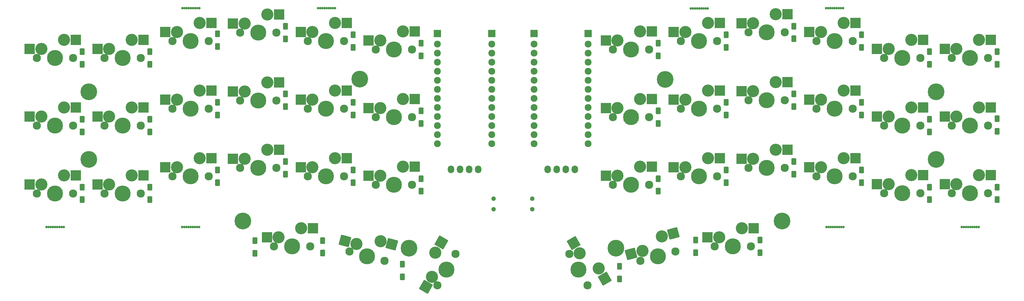
<source format=gbs>
G04 #@! TF.GenerationSoftware,KiCad,Pcbnew,8.0.3*
G04 #@! TF.CreationDate,2024-06-14T22:13:16-03:00*
G04 #@! TF.ProjectId,corne-cherry,636f726e-652d-4636-9865-7272792e6b69,3.0.1*
G04 #@! TF.SameCoordinates,Original*
G04 #@! TF.FileFunction,Soldermask,Bot*
G04 #@! TF.FilePolarity,Negative*
%FSLAX46Y46*%
G04 Gerber Fmt 4.6, Leading zero omitted, Abs format (unit mm)*
G04 Created by KiCad (PCBNEW 8.0.3) date 2024-06-14 22:13:16*
%MOMM*%
%LPD*%
G01*
G04 APERTURE LIST*
G04 Aperture macros list*
%AMRoundRect*
0 Rectangle with rounded corners*
0 $1 Rounding radius*
0 $2 $3 $4 $5 $6 $7 $8 $9 X,Y pos of 4 corners*
0 Add a 4 corners polygon primitive as box body*
4,1,4,$2,$3,$4,$5,$6,$7,$8,$9,$2,$3,0*
0 Add four circle primitives for the rounded corners*
1,1,$1+$1,$2,$3*
1,1,$1+$1,$4,$5*
1,1,$1+$1,$6,$7*
1,1,$1+$1,$8,$9*
0 Add four rect primitives between the rounded corners*
20,1,$1+$1,$2,$3,$4,$5,0*
20,1,$1+$1,$4,$5,$6,$7,0*
20,1,$1+$1,$6,$7,$8,$9,0*
20,1,$1+$1,$8,$9,$2,$3,0*%
G04 Aperture macros list end*
%ADD10O,1.797000X2.178000*%
%ADD11C,2.300000*%
%ADD12C,3.400000*%
%ADD13C,4.500000*%
%ADD14RoundRect,0.200000X1.275000X1.250000X-1.275000X1.250000X-1.275000X-1.250000X1.275000X-1.250000X0*%
%ADD15RoundRect,0.200000X1.555079X0.877413X-0.908032X1.537402X-1.555079X-0.877413X0.908032X-1.537402X0*%
%ADD16RoundRect,0.200000X-0.445032X1.729182X-1.720032X-0.479182X0.445032X-1.729182X1.720032X0.479182X0*%
%ADD17RoundRect,0.200000X1.720032X-0.479182X0.445032X1.729182X-1.720032X0.479182X-0.445032X-1.729182X0*%
%ADD18RoundRect,0.200000X0.908032X1.537402X-1.555079X0.877413X-0.908032X-1.537402X1.555079X-0.877413X0*%
%ADD19C,4.700000*%
%ADD20C,1.924000*%
%ADD21C,0.700000*%
%ADD22RoundRect,0.200000X-0.850000X-0.850000X0.850000X-0.850000X0.850000X0.850000X-0.850000X0.850000X0*%
%ADD23C,1.300000*%
%ADD24RoundRect,0.200000X0.500000X-0.700000X0.500000X0.700000X-0.500000X0.700000X-0.500000X-0.700000X0*%
G04 APERTURE END LIST*
D10*
X131124100Y-67020000D03*
X133664100Y-67020000D03*
X136204100Y-67020000D03*
X138744100Y-67020000D03*
D11*
X34027500Y-35780000D03*
D12*
X35297500Y-33240000D03*
D13*
X39107500Y-35780000D03*
D12*
X41647500Y-30700000D03*
D11*
X44187500Y-35780000D03*
D14*
X32022500Y-33240000D03*
X44949500Y-30700000D03*
D11*
X53027500Y-31030000D03*
D12*
X54297500Y-28490000D03*
D13*
X58107500Y-31030000D03*
D12*
X60647500Y-25950000D03*
D11*
X63187500Y-31030000D03*
D14*
X51022500Y-28490000D03*
X63949500Y-25950000D03*
D11*
X72027500Y-28655000D03*
D12*
X73297500Y-26115000D03*
D13*
X77107500Y-28655000D03*
D12*
X79647500Y-23575000D03*
D11*
X82187500Y-28655000D03*
D14*
X70022500Y-26115000D03*
X82949500Y-23575000D03*
D11*
X91027500Y-31030000D03*
D12*
X92297500Y-28490000D03*
D13*
X96107500Y-31030000D03*
D12*
X98647500Y-25950000D03*
D11*
X101187500Y-31030000D03*
D14*
X89022500Y-28490000D03*
X101949500Y-25950000D03*
D11*
X15027500Y-54780000D03*
D12*
X16297500Y-52240000D03*
D13*
X20107500Y-54780000D03*
D12*
X22647500Y-49700000D03*
D11*
X25187500Y-54780000D03*
D14*
X13022500Y-52240000D03*
X25949500Y-49700000D03*
D11*
X34027500Y-54780000D03*
D12*
X35297500Y-52240000D03*
D13*
X39107500Y-54780000D03*
D12*
X41647500Y-49700000D03*
D11*
X44187500Y-54780000D03*
D14*
X32022500Y-52240000D03*
X44949500Y-49700000D03*
D11*
X53027500Y-50030000D03*
D12*
X54297500Y-47490000D03*
D13*
X58107500Y-50030000D03*
D12*
X60647500Y-44950000D03*
D11*
X63187500Y-50030000D03*
D14*
X51022500Y-47490000D03*
X63949500Y-44950000D03*
D11*
X72027500Y-47728363D03*
D12*
X73297500Y-45188363D03*
D13*
X77107500Y-47728363D03*
D12*
X79647500Y-42648363D03*
D11*
X82187500Y-47728363D03*
D14*
X70022500Y-45188363D03*
X82949500Y-42648363D03*
D11*
X91027500Y-50030000D03*
D12*
X92297500Y-47490000D03*
D13*
X96107500Y-50030000D03*
D12*
X98647500Y-44950000D03*
D11*
X101187500Y-50030000D03*
D14*
X89022500Y-47490000D03*
X101949500Y-44950000D03*
D11*
X110027500Y-52405000D03*
D12*
X111297500Y-49865000D03*
D13*
X115107500Y-52405000D03*
D12*
X117647500Y-47325000D03*
D11*
X120187500Y-52405000D03*
D14*
X108022500Y-49865000D03*
X120949500Y-47325000D03*
D11*
X15027500Y-73780000D03*
D12*
X16297500Y-71240000D03*
D13*
X20107500Y-73780000D03*
D12*
X22647500Y-68700000D03*
D11*
X25187500Y-73780000D03*
D14*
X13022500Y-71240000D03*
X25949500Y-68700000D03*
D11*
X34027500Y-73780000D03*
D12*
X35297500Y-71240000D03*
D13*
X39107500Y-73780000D03*
D12*
X41647500Y-68700000D03*
D11*
X44187500Y-73780000D03*
D14*
X32022500Y-71240000D03*
X44949500Y-68700000D03*
D11*
X53027500Y-69030000D03*
D12*
X54297500Y-66490000D03*
D13*
X58107500Y-69030000D03*
D12*
X60647500Y-63950000D03*
D11*
X63187500Y-69030000D03*
D14*
X51022500Y-66490000D03*
X63949500Y-63950000D03*
D11*
X72027500Y-66655000D03*
D12*
X73297500Y-64115000D03*
D13*
X77107500Y-66655000D03*
D12*
X79647500Y-61575000D03*
D11*
X82187500Y-66655000D03*
D14*
X70022500Y-64115000D03*
X82949500Y-61575000D03*
D11*
X91027500Y-69030000D03*
D12*
X92297500Y-66490000D03*
D13*
X96107500Y-69030000D03*
D12*
X98647500Y-63950000D03*
D11*
X101187500Y-69030000D03*
D14*
X89022500Y-66490000D03*
X101949500Y-63950000D03*
D11*
X110027500Y-71405000D03*
D12*
X111297500Y-68865000D03*
D13*
X115107500Y-71405000D03*
D12*
X117647500Y-66325000D03*
D11*
X120187500Y-71405000D03*
D14*
X108022500Y-68865000D03*
X120949500Y-66325000D03*
D11*
X81527500Y-88655000D03*
D12*
X82797500Y-86115000D03*
D13*
X86607500Y-88655000D03*
D12*
X89147500Y-83575000D03*
D11*
X91687500Y-88655000D03*
D14*
X79522500Y-86115000D03*
X92449500Y-83575000D03*
D11*
X102700597Y-90090199D03*
D12*
X104584723Y-87965448D03*
D13*
X107607500Y-91405000D03*
D12*
X111375752Y-87155497D03*
D11*
X112514403Y-92719801D03*
D15*
X101421316Y-87117815D03*
X114565239Y-88010118D03*
D11*
X127317500Y-99554409D03*
D12*
X125752795Y-97184557D03*
D13*
X129857500Y-95155000D03*
D12*
X126728091Y-90415295D03*
D11*
X132397500Y-90755591D03*
D16*
X124115295Y-100020790D03*
X128379091Y-87555680D03*
D11*
X164324500Y-90750591D03*
D12*
X167159205Y-90580443D03*
D13*
X166864500Y-95150000D03*
D12*
X172533909Y-94809705D03*
D11*
X169404500Y-99549409D03*
D17*
X165521705Y-87744210D03*
X174184909Y-97669320D03*
D10*
X158187500Y-67020000D03*
X160727500Y-67020000D03*
X163267500Y-67020000D03*
X165807500Y-67020000D03*
D11*
X214534500Y-66650000D03*
D12*
X215804500Y-64110000D03*
D13*
X219614500Y-66650000D03*
D12*
X222154500Y-61570000D03*
D11*
X224694500Y-66650000D03*
D14*
X212529500Y-64110000D03*
X225456500Y-61570000D03*
D11*
X195534500Y-69025000D03*
D12*
X196804500Y-66485000D03*
D13*
X200614500Y-69025000D03*
D12*
X203154500Y-63945000D03*
D11*
X205694500Y-69025000D03*
D14*
X193529500Y-66485000D03*
X206456500Y-63945000D03*
D11*
X176534500Y-71400000D03*
D12*
X177804500Y-68860000D03*
D13*
X181614500Y-71400000D03*
D12*
X184154500Y-66320000D03*
D11*
X186694500Y-71400000D03*
D14*
X174529500Y-68860000D03*
X187456500Y-66320000D03*
D11*
X205034500Y-88650000D03*
D12*
X206304500Y-86110000D03*
D13*
X210114500Y-88650000D03*
D12*
X212654500Y-83570000D03*
D11*
X215194500Y-88650000D03*
D14*
X203029500Y-86110000D03*
X215956500Y-83570000D03*
D11*
X184207597Y-92714801D03*
D12*
X184776922Y-89932649D03*
D13*
X189114500Y-91400000D03*
D12*
X190253151Y-85835696D03*
D11*
X194021403Y-90085199D03*
D18*
X181613515Y-90780281D03*
X193442638Y-84981076D03*
D11*
X214534500Y-28650000D03*
D12*
X215804500Y-26110000D03*
D13*
X219614500Y-28650000D03*
D12*
X222154500Y-23570000D03*
D11*
X224694500Y-28650000D03*
D14*
X212529500Y-26110000D03*
X225456500Y-23570000D03*
D11*
X195534500Y-31025000D03*
D12*
X196804500Y-28485000D03*
D13*
X200614500Y-31025000D03*
D12*
X203154500Y-25945000D03*
D11*
X205694500Y-31025000D03*
D14*
X193529500Y-28485000D03*
X206456500Y-25945000D03*
D11*
X271534500Y-54775000D03*
D12*
X272804500Y-52235000D03*
D13*
X276614500Y-54775000D03*
D12*
X279154500Y-49695000D03*
D11*
X281694500Y-54775000D03*
D14*
X269529500Y-52235000D03*
X282456500Y-49695000D03*
D11*
X233534500Y-31025000D03*
D12*
X234804500Y-28485000D03*
D13*
X238614500Y-31025000D03*
D12*
X241154500Y-25945000D03*
D11*
X243694500Y-31025000D03*
D14*
X231529500Y-28485000D03*
X244456500Y-25945000D03*
D11*
X252534500Y-54775000D03*
D12*
X253804500Y-52235000D03*
D13*
X257614500Y-54775000D03*
D12*
X260154500Y-49695000D03*
D11*
X262694500Y-54775000D03*
D14*
X250529500Y-52235000D03*
X263456500Y-49695000D03*
D11*
X252534500Y-73775000D03*
D12*
X253804500Y-71235000D03*
D13*
X257614500Y-73775000D03*
D12*
X260154500Y-68695000D03*
D11*
X262694500Y-73775000D03*
D14*
X250529500Y-71235000D03*
X263456500Y-68695000D03*
D11*
X233534500Y-69025000D03*
D12*
X234804500Y-66485000D03*
D13*
X238614500Y-69025000D03*
D12*
X241154500Y-63945000D03*
D11*
X243694500Y-69025000D03*
D14*
X231529500Y-66485000D03*
X244456500Y-63945000D03*
D11*
X271534500Y-35775000D03*
D12*
X272804500Y-33235000D03*
D13*
X276614500Y-35775000D03*
D12*
X279154500Y-30695000D03*
D11*
X281694500Y-35775000D03*
D14*
X269529500Y-33235000D03*
X282456500Y-30695000D03*
D11*
X252534500Y-35775000D03*
D12*
X253804500Y-33235000D03*
D13*
X257614500Y-35775000D03*
D12*
X260154500Y-30695000D03*
D11*
X262694500Y-35775000D03*
D14*
X250529500Y-33235000D03*
X263456500Y-30695000D03*
D11*
X233534500Y-50025000D03*
D12*
X234804500Y-47485000D03*
D13*
X238614500Y-50025000D03*
D12*
X241154500Y-44945000D03*
D11*
X243694500Y-50025000D03*
D14*
X231529500Y-47485000D03*
X244456500Y-44945000D03*
D11*
X214534500Y-47650000D03*
D12*
X215804500Y-45110000D03*
D13*
X219614500Y-47650000D03*
D12*
X222154500Y-42570000D03*
D11*
X224694500Y-47650000D03*
D14*
X212529500Y-45110000D03*
X225456500Y-42570000D03*
D11*
X195534500Y-50025000D03*
D12*
X196804500Y-47485000D03*
D13*
X200614500Y-50025000D03*
D12*
X203154500Y-44945000D03*
D11*
X205694500Y-50025000D03*
D14*
X193529500Y-47485000D03*
X206456500Y-44945000D03*
D11*
X176534500Y-52400000D03*
D12*
X177804500Y-49860000D03*
D13*
X181614500Y-52400000D03*
D12*
X184154500Y-47320000D03*
D11*
X186694500Y-52400000D03*
D14*
X174529500Y-49860000D03*
X187456500Y-47320000D03*
D11*
X271534500Y-73775000D03*
D12*
X272804500Y-71235000D03*
D13*
X276614500Y-73775000D03*
D12*
X279154500Y-68695000D03*
D11*
X281694500Y-73775000D03*
D14*
X269529500Y-71235000D03*
X282456500Y-68695000D03*
D11*
X15027500Y-35780000D03*
D12*
X16297500Y-33240000D03*
D13*
X20107500Y-35780000D03*
D12*
X22647500Y-30700000D03*
D11*
X25187500Y-35780000D03*
D14*
X13022500Y-33240000D03*
X25949500Y-30700000D03*
D19*
X105575500Y-41765500D03*
X72764500Y-81520500D03*
X119330500Y-89135000D03*
X177389500Y-89145000D03*
X223955500Y-81530500D03*
X267099500Y-45265500D03*
X191144500Y-41775500D03*
D11*
X110027500Y-33405000D03*
D12*
X111297500Y-30865000D03*
D13*
X115107500Y-33405000D03*
D12*
X117647500Y-28325000D03*
D11*
X120187500Y-33405000D03*
D14*
X108022500Y-30865000D03*
X120949500Y-28325000D03*
D11*
X176527500Y-33405000D03*
D12*
X177797500Y-30865000D03*
D13*
X181607500Y-33405000D03*
D12*
X184147500Y-28325000D03*
D11*
X186687500Y-33405000D03*
D14*
X174522500Y-30865000D03*
X187449500Y-28325000D03*
D19*
X29607500Y-64280000D03*
D20*
X142535500Y-31942000D03*
X142535500Y-34482000D03*
X142535500Y-37022000D03*
X142535500Y-39562000D03*
X142535500Y-42102000D03*
X142535500Y-44642000D03*
X142535500Y-47182000D03*
X142535500Y-49722000D03*
X142535500Y-52262000D03*
X142535500Y-54802000D03*
X142535500Y-57342000D03*
X142535500Y-59882000D03*
X127315500Y-59882000D03*
X127315500Y-57342000D03*
X127315500Y-54802000D03*
X127315500Y-52262000D03*
X127315500Y-49722000D03*
X127315500Y-47182000D03*
X127315500Y-44642000D03*
X127315500Y-42102000D03*
X127315500Y-39562000D03*
X127315500Y-37022000D03*
X127315500Y-34482000D03*
X127315500Y-31942000D03*
X169598900Y-31912000D03*
X169598900Y-34452000D03*
X169598900Y-36992000D03*
X169598900Y-39532000D03*
X169598900Y-42072000D03*
X169598900Y-44612000D03*
X169598900Y-47152000D03*
X169598900Y-49692000D03*
X169598900Y-52232000D03*
X169598900Y-54772000D03*
X169598900Y-57312000D03*
X169598900Y-59852000D03*
X154378900Y-59852000D03*
X154378900Y-57312000D03*
X154378900Y-54772000D03*
X154378900Y-52232000D03*
X154378900Y-49692000D03*
X154378900Y-47152000D03*
X154378900Y-44612000D03*
X154378900Y-42072000D03*
X154378900Y-39532000D03*
X154378900Y-36992000D03*
X154378900Y-34452000D03*
X154378900Y-31912000D03*
D19*
X29607500Y-45280000D03*
D21*
X55861750Y-21869000D03*
X56455500Y-21869000D03*
X57049250Y-21869000D03*
X57643000Y-21869000D03*
X58236750Y-21869000D03*
X58830500Y-21869000D03*
X59424250Y-21869000D03*
X60018000Y-21869000D03*
X60611750Y-21869000D03*
X93832500Y-21873000D03*
X94426250Y-21873000D03*
X95020000Y-21873000D03*
X95613750Y-21873000D03*
X96207500Y-21873000D03*
X96801250Y-21873000D03*
X97395000Y-21873000D03*
X97988750Y-21873000D03*
X98582500Y-21873000D03*
X17787500Y-83176000D03*
X18381250Y-83176000D03*
X18975000Y-83176000D03*
X19568750Y-83176000D03*
X20162500Y-83176000D03*
X20756250Y-83176000D03*
X21350000Y-83176000D03*
X21943750Y-83176000D03*
X22537500Y-83176000D03*
X55748500Y-83178000D03*
X56342250Y-83178000D03*
X56936000Y-83178000D03*
X57529750Y-83178000D03*
X58123500Y-83178000D03*
X58717250Y-83178000D03*
X59311000Y-83178000D03*
X59904750Y-83178000D03*
X60498500Y-83178000D03*
D22*
X169598900Y-28974400D03*
X154403900Y-28974400D03*
X127340500Y-28974400D03*
D23*
X143043500Y-78255000D03*
X143043500Y-75255000D03*
D22*
X142560500Y-28974400D03*
D23*
X153857500Y-75255000D03*
X153857500Y-78255000D03*
D24*
X27734500Y-37551875D03*
X27734500Y-34001875D03*
X46734500Y-37555000D03*
X46734500Y-34005000D03*
X65707500Y-32555000D03*
X65707500Y-29005000D03*
X84707500Y-30430000D03*
X84707500Y-26880000D03*
X103707500Y-32805000D03*
X103707500Y-29255000D03*
X122707500Y-35180000D03*
X122707500Y-31630000D03*
X27734500Y-56551875D03*
X27734500Y-53001875D03*
X46734500Y-56555000D03*
X46734500Y-53005000D03*
X65707500Y-51805000D03*
X65707500Y-48255000D03*
X84707500Y-49430000D03*
X84707500Y-45880000D03*
X103707500Y-51805000D03*
X103707500Y-48255000D03*
X122707500Y-54180000D03*
X122707500Y-50630000D03*
X27734500Y-75551875D03*
X27734500Y-72001875D03*
X46734500Y-75555000D03*
X46734500Y-72005000D03*
X65707500Y-70805000D03*
X65707500Y-67255000D03*
X84707500Y-68430000D03*
X84707500Y-64880000D03*
X103707500Y-70805000D03*
X103707500Y-67255000D03*
X122707500Y-73180000D03*
X122707500Y-69630000D03*
X76157500Y-90545000D03*
X76157500Y-86995000D03*
X95164500Y-90540000D03*
X95164500Y-86990000D03*
X117482500Y-97155000D03*
X117482500Y-93605000D03*
X265214500Y-37550000D03*
X265214500Y-34000000D03*
X246214500Y-32800000D03*
X246214500Y-29250000D03*
X227214500Y-30425000D03*
X227214500Y-26875000D03*
X189207500Y-35180000D03*
X189207500Y-31630000D03*
X284214500Y-56400000D03*
X284214500Y-52850000D03*
X265214500Y-56550000D03*
X265214500Y-53000000D03*
X246214500Y-51800000D03*
X246214500Y-48250000D03*
X227214500Y-49425000D03*
X227214500Y-45875000D03*
X208214500Y-51800000D03*
X208214500Y-48250000D03*
X189207500Y-54180000D03*
X189207500Y-50630000D03*
X284214500Y-75550000D03*
X284214500Y-72000000D03*
X265214500Y-75550000D03*
X265214500Y-72000000D03*
X246214500Y-70800000D03*
X246214500Y-67250000D03*
X227214500Y-68425000D03*
X227214500Y-64875000D03*
X208214500Y-70800000D03*
X208214500Y-67250000D03*
X189207500Y-73180000D03*
X189207500Y-69630000D03*
X217714500Y-90410000D03*
X217714500Y-86860000D03*
X199664500Y-90425000D03*
X199664500Y-86875000D03*
X178382500Y-97805000D03*
X178382500Y-94255000D03*
X284214500Y-37550000D03*
X284214500Y-34000000D03*
X208214500Y-32800000D03*
X208214500Y-29250000D03*
D19*
X267099500Y-64265500D03*
D21*
X279030500Y-83183000D03*
X278436750Y-83183000D03*
X277843000Y-83183000D03*
X277249250Y-83183000D03*
X276655500Y-83183000D03*
X276061750Y-83183000D03*
X275468000Y-83183000D03*
X274874250Y-83183000D03*
X274280500Y-83183000D03*
X203112500Y-21885000D03*
X202518750Y-21885000D03*
X201925000Y-21885000D03*
X201331250Y-21885000D03*
X200737500Y-21885000D03*
X200143750Y-21885000D03*
X199550000Y-21885000D03*
X198956250Y-21885000D03*
X198362500Y-21885000D03*
X241024500Y-21870000D03*
X240430750Y-21870000D03*
X239837000Y-21870000D03*
X239243250Y-21870000D03*
X238649500Y-21870000D03*
X238055750Y-21870000D03*
X237462000Y-21870000D03*
X236868250Y-21870000D03*
X236274500Y-21870000D03*
X241116500Y-83193000D03*
X240522750Y-83193000D03*
X239929000Y-83193000D03*
X239335250Y-83193000D03*
X238741500Y-83193000D03*
X238147750Y-83193000D03*
X237554000Y-83193000D03*
X236960250Y-83193000D03*
X236366500Y-83193000D03*
M02*

</source>
